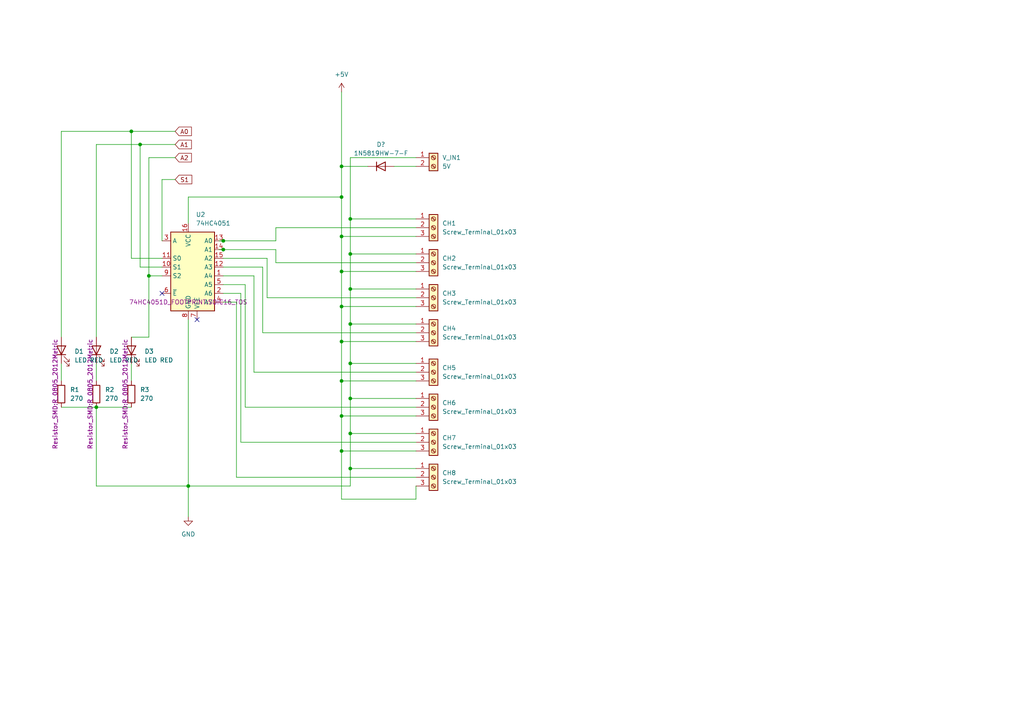
<source format=kicad_sch>
(kicad_sch (version 20230121) (generator eeschema)
  (paper "A4")
  (lib_symbols
    (symbol "74xx:74HC4051"
      (property "Reference" "U" (at -5.08 11.43 0))
      (property "Value" "74HC4051" (at -7.62 -13.97 0))
      (symbol "74HC4051_0_1"
        (rectangle (start -5.08 10.16) (end 7.62 -12.7) (stroke (width 0.254)) (fill (type background)))
      )
      (symbol "74HC4051_1_1"
        (pin passive line (at 10.16 -2.54 180) (length 2.54) (name "A4") (number "1"))
        (pin input line (at -7.62 0 0) (length 2.54) (name "S1") (number "10"))
        (pin input line (at -7.62 2.54 0) (length 2.54) (name "S0") (number "11"))
        (pin passive line (at 10.16 0 180) (length 2.54) (name "A3") (number "12"))
        (pin passive line (at 10.16 7.62 180) (length 2.54) (name "A0") (number "13"))
        (pin passive line (at 10.16 5.08 180) (length 2.54) (name "A1") (number "14"))
        (pin passive line (at 10.16 2.54 180) (length 2.54) (name "A2") (number "15"))
        (pin power_in line (at 0 12.7 270) (length 2.54) (name "VCC") (number "16"))
        (pin passive line (at 10.16 -7.62 180) (length 2.54) (name "A6") (number "2"))
        (pin passive line (at -7.62 7.62 0) (length 2.54) (name "A") (number "3"))
        (pin passive line (at 10.16 -10.16 180) (length 2.54) (name "A7") (number "4"))
        (pin passive line (at 10.16 -5.08 180) (length 2.54) (name "A5") (number "5"))
        (pin input line (at -7.62 -7.62 0) (length 2.54) (name "~{E}") (number "6"))
        (pin power_in line (at 2.54 -15.24 90) (length 2.54) (name "VEE") (number "7"))
        (pin power_in line (at 0 -15.24 90) (length 2.54) (name "GND") (number "8"))
        (pin input line (at -7.62 -2.54 0) (length 2.54) (name "S2") (number "9"))
      )
    )
    (symbol "Connector:Screw_Terminal_01x02" (pin_names (offset 1.016) hide)
      (property "Reference" "J" (at 0 2.54 0))
      (property "Value" "Screw_Terminal_01x02" (at 0 -5.08 0))
      (symbol "Screw_Terminal_01x02_1_1"
        (rectangle (start -1.27 1.27) (end 1.27 -3.81) (stroke (width 0.254)) (fill (type background)))
        (circle (center 0 -2.54) (radius 0.635) (stroke (width 0.1524)))
        (polyline (pts (xy -0.5334 -2.2098) (xy 0.3302 -3.048)) (stroke (width 0.1524)))
        (polyline (pts (xy -0.5334 0.3302) (xy 0.3302 -0.508)) (stroke (width 0.1524)))
        (polyline (pts (xy -0.3556 -2.032) (xy 0.508 -2.8702)) (stroke (width 0.1524)))
        (polyline (pts (xy -0.3556 0.508) (xy 0.508 -0.3302)) (stroke (width 0.1524)))
        (circle (center 0 0) (radius 0.635) (stroke (width 0.1524)))
        (pin passive line (at -5.08 0 0) (length 3.81) (name "Pin_1") (number "1"))
        (pin passive line (at -5.08 -2.54 0) (length 3.81) (name "Pin_2") (number "2"))
      )
    )
    (symbol "Connector:Screw_Terminal_01x03" (pin_names (offset 1.016) hide)
      (property "Reference" "J" (at 0 5.08 0))
      (property "Value" "Screw_Terminal_01x03" (at 0 -5.08 0))
      (symbol "Screw_Terminal_01x03_1_1"
        (rectangle (start -1.27 3.81) (end 1.27 -3.81) (stroke (width 0.254)) (fill (type background)))
        (circle (center 0 -2.54) (radius 0.635) (stroke (width 0.1524)))
        (polyline (pts (xy -0.5334 -2.2098) (xy 0.3302 -3.048)) (stroke (width 0.1524)))
        (polyline (pts (xy -0.5334 0.3302) (xy 0.3302 -0.508)) (stroke (width 0.1524)))
        (polyline (pts (xy -0.5334 2.8702) (xy 0.3302 2.032)) (stroke (width 0.1524)))
        (polyline (pts (xy -0.3556 -2.032) (xy 0.508 -2.8702)) (stroke (width 0.1524)))
        (polyline (pts (xy -0.3556 0.508) (xy 0.508 -0.3302)) (stroke (width 0.1524)))
        (polyline (pts (xy -0.3556 3.048) (xy 0.508 2.2098)) (stroke (width 0.1524)))
        (circle (center 0 0) (radius 0.635) (stroke (width 0.1524)))
        (circle (center 0 2.54) (radius 0.635) (stroke (width 0.1524)))
        (pin passive line (at -5.08 2.54 0) (length 3.81) (name "Pin_1") (number "1"))
        (pin passive line (at -5.08 0 0) (length 3.81) (name "Pin_2") (number "2"))
        (pin passive line (at -5.08 -2.54 0) (length 3.81) (name "Pin_3") (number "3"))
      )
    )
    (symbol "Device:D" (pin_numbers hide) (pin_names (offset 1.016) hide)
      (property "Reference" "D" (at 0 2.54 0))
      (property "Value" "D" (at 0 -2.54 0))
      (symbol "D_0_1"
        (polyline (pts (xy -1.27 1.27) (xy -1.27 -1.27)) (stroke (width 0.254)))
        (polyline (pts (xy 1.27 0) (xy -1.27 0)))
        (polyline (pts (xy 1.27 1.27) (xy 1.27 -1.27) (xy -1.27 0) (xy 1.27 1.27)) (stroke (width 0.254)))
      )
      (symbol "D_1_1"
        (pin passive line (at -3.81 0 0) (length 2.54) (name "K") (number "1"))
        (pin passive line (at 3.81 0 180) (length 2.54) (name "A") (number "2"))
      )
    )
    (symbol "Device:LED" (pin_numbers hide) (pin_names (offset 1.016) hide)
      (property "Reference" "D" (at 0 2.54 0))
      (property "Value" "LED" (at 0 -2.54 0))
      (symbol "LED_0_1"
        (polyline (pts (xy -1.27 -1.27) (xy -1.27 1.27)) (stroke (width 0.254)))
        (polyline (pts (xy -1.27 0) (xy 1.27 0)))
        (polyline (pts (xy 1.27 -1.27) (xy 1.27 1.27) (xy -1.27 0) (xy 1.27 -1.27)) (stroke (width 0.254)))
        (polyline (pts (xy -3.048 -0.762) (xy -4.572 -2.286) (xy -3.81 -2.286) (xy -4.572 -2.286) (xy -4.572 -1.524)))
        (polyline (pts (xy -1.778 -0.762) (xy -3.302 -2.286) (xy -2.54 -2.286) (xy -3.302 -2.286) (xy -3.302 -1.524)))
      )
      (symbol "LED_1_1"
        (pin passive line (at -3.81 0 0) (length 2.54) (name "K") (number "1"))
        (pin passive line (at 3.81 0 180) (length 2.54) (name "A") (number "2"))
      )
    )
    (symbol "Device:R" (pin_numbers hide) (pin_names (offset 0))
      (property "Reference" "R" (at 2.032 0 90))
      (property "Value" "R" (at 0 0 90))
      (symbol "R_0_1"
        (rectangle (start -1.016 -2.54) (end 1.016 2.54) (stroke (width 0.254)))
      )
      (symbol "R_1_1"
        (pin passive line (at 0 3.81 270) (length 1.27) (name "~") (number "1"))
        (pin passive line (at 0 -3.81 90) (length 1.27) (name "~") (number "2"))
      )
    )
    (symbol "power:+5V" (power) (pin_names (offset 0))
      (property "Value" "+5V" (at 0 3.556 0))
      (symbol "+5V_0_1"
        (polyline (pts (xy -0.762 1.27) (xy 0 2.54)))
        (polyline (pts (xy 0 0) (xy 0 2.54)))
        (polyline (pts (xy 0 2.54) (xy 0.762 1.27)))
      )
      (symbol "+5V_1_1"
        (pin power_in line (at 0 0 90) (length 0) hide (name "+5V") (number "1"))
      )
    )
    (symbol "power:GND" (power) (pin_names (offset 0))
      (property "Value" "GND" (at 0 -3.81 0))
      (symbol "GND_0_1"
        (polyline (pts (xy 0 0) (xy 0 -1.27) (xy 1.27 -1.27) (xy 0 -2.54) (xy -1.27 -1.27) (xy 0 -1.27)))
      )
      (symbol "GND_1_1"
        (pin power_in line (at 0 0 270) (length 0) hide (name "GND") (number "1"))
      )
    )
  )
  (junction (at 101.6 93.98))
  (junction (at 101.6 135.89))
  (junction (at 99.06 68.58))
  (junction (at 99.06 88.9))
  (junction (at 101.6 63.5))
  (junction (at 101.6 105.41))
  (junction (at 101.6 73.66))
  (junction (at 43.18 80.01))
  (junction (at 40.64 41.91))
  (junction (at 54.61 140.97))
  (junction (at 64.77 69.85))
  (junction (at 99.06 78.74))
  (junction (at 101.6 83.82))
  (junction (at 99.06 120.65))
  (junction (at 99.06 48.26))
  (junction (at 27.94 118.11))
  (junction (at 99.06 57.15))
  (junction (at 64.77 72.39))
  (junction (at 99.06 99.06))
  (junction (at 101.6 115.57))
  (junction (at 101.6 125.73))
  (junction (at 38.1 38.1))
  (junction (at 99.06 130.81))
  (junction (at 99.06 110.49))
  (no_connect (at 46.99 85.09))
  (no_connect (at 57.15 92.71))
  (wire (pts (xy 101.6 115.57) (xy 101.6 125.73)))
  (wire (pts (xy 80.01 69.85) (xy 80.01 66.04)))
  (wire (pts (xy 99.06 120.65) (xy 99.06 130.81)))
  (wire (pts (xy 71.12 82.55) (xy 71.12 118.11)))
  (wire (pts (xy 50.8 38.1) (xy 38.1 38.1)))
  (wire (pts (xy 54.61 57.15) (xy 99.06 57.15)))
  (wire (pts (xy 99.06 110.49) (xy 99.06 120.65)))
  (wire (pts (xy 27.94 105.41) (xy 27.94 110.49)))
  (wire (pts (xy 40.64 77.47) (xy 46.99 77.47)))
  (wire (pts (xy 114.3 48.26) (xy 120.65 48.26)))
  (wire (pts (xy 64.77 72.39) (xy 80.01 72.39)))
  (wire (pts (xy 27.94 97.79) (xy 27.94 41.91)))
  (wire (pts (xy 101.6 73.66) (xy 120.65 73.66)))
  (wire (pts (xy 38.1 38.1) (xy 38.1 74.93)))
  (wire (pts (xy 99.06 48.26) (xy 99.06 57.15)))
  (wire (pts (xy 99.06 68.58) (xy 120.65 68.58)))
  (wire (pts (xy 99.06 120.65) (xy 120.65 120.65)))
  (wire (pts (xy 101.6 83.82) (xy 101.6 93.98)))
  (wire (pts (xy 101.6 125.73) (xy 101.6 135.89)))
  (wire (pts (xy 46.99 69.85) (xy 46.99 52.07)))
  (wire (pts (xy 99.06 26.67) (xy 99.06 48.26)))
  (wire (pts (xy 64.77 82.55) (xy 71.12 82.55)))
  (wire (pts (xy 101.6 93.98) (xy 101.6 105.41)))
  (wire (pts (xy 77.47 86.36) (xy 120.65 86.36)))
  (wire (pts (xy 54.61 140.97) (xy 54.61 149.86)))
  (wire (pts (xy 77.47 74.93) (xy 77.47 86.36)))
  (wire (pts (xy 46.99 52.07) (xy 50.8 52.07)))
  (wire (pts (xy 80.01 66.04) (xy 120.65 66.04)))
  (wire (pts (xy 99.06 78.74) (xy 120.65 78.74)))
  (wire (pts (xy 99.06 88.9) (xy 120.65 88.9)))
  (wire (pts (xy 120.65 45.72) (xy 101.6 45.72)))
  (wire (pts (xy 99.06 68.58) (xy 99.06 78.74)))
  (wire (pts (xy 80.01 76.2) (xy 120.65 76.2)))
  (wire (pts (xy 76.2 77.47) (xy 76.2 96.52)))
  (wire (pts (xy 43.18 80.01) (xy 46.99 80.01)))
  (wire (pts (xy 101.6 63.5) (xy 120.65 63.5)))
  (wire (pts (xy 50.8 41.91) (xy 40.64 41.91)))
  (wire (pts (xy 99.06 144.78) (xy 120.65 144.78)))
  (wire (pts (xy 63.5 69.85) (xy 64.77 69.85)))
  (wire (pts (xy 54.61 57.15) (xy 54.61 64.77)))
  (wire (pts (xy 17.78 38.1) (xy 17.78 97.79)))
  (wire (pts (xy 101.6 45.72) (xy 101.6 63.5)))
  (wire (pts (xy 99.06 88.9) (xy 99.06 99.06)))
  (wire (pts (xy 17.78 105.41) (xy 17.78 110.49)))
  (wire (pts (xy 101.6 135.89) (xy 120.65 135.89)))
  (wire (pts (xy 99.06 57.15) (xy 99.06 68.58)))
  (wire (pts (xy 101.6 115.57) (xy 120.65 115.57)))
  (wire (pts (xy 27.94 118.11) (xy 38.1 118.11)))
  (wire (pts (xy 80.01 72.39) (xy 80.01 76.2)))
  (wire (pts (xy 99.06 130.81) (xy 99.06 144.78)))
  (wire (pts (xy 38.1 38.1) (xy 17.78 38.1)))
  (wire (pts (xy 27.94 140.97) (xy 54.61 140.97)))
  (wire (pts (xy 101.6 73.66) (xy 101.6 83.82)))
  (wire (pts (xy 73.66 80.01) (xy 73.66 107.95)))
  (wire (pts (xy 63.5 72.39) (xy 64.77 72.39)))
  (wire (pts (xy 54.61 92.71) (xy 54.61 140.97)))
  (wire (pts (xy 64.77 85.09) (xy 69.85 85.09)))
  (wire (pts (xy 38.1 105.41) (xy 38.1 110.49)))
  (wire (pts (xy 99.06 99.06) (xy 99.06 110.49)))
  (wire (pts (xy 99.06 48.26) (xy 106.68 48.26)))
  (wire (pts (xy 99.06 99.06) (xy 120.65 99.06)))
  (wire (pts (xy 54.61 140.97) (xy 101.6 140.97)))
  (wire (pts (xy 68.58 138.43) (xy 120.65 138.43)))
  (wire (pts (xy 101.6 83.82) (xy 120.65 83.82)))
  (wire (pts (xy 71.12 118.11) (xy 120.65 118.11)))
  (wire (pts (xy 68.58 87.63) (xy 68.58 138.43)))
  (wire (pts (xy 99.06 78.74) (xy 99.06 88.9)))
  (wire (pts (xy 73.66 107.95) (xy 120.65 107.95)))
  (wire (pts (xy 101.6 125.73) (xy 120.65 125.73)))
  (wire (pts (xy 38.1 74.93) (xy 46.99 74.93)))
  (wire (pts (xy 27.94 118.11) (xy 27.94 140.97)))
  (wire (pts (xy 99.06 110.49) (xy 120.65 110.49)))
  (wire (pts (xy 101.6 93.98) (xy 120.65 93.98)))
  (wire (pts (xy 64.77 74.93) (xy 77.47 74.93)))
  (wire (pts (xy 17.78 118.11) (xy 27.94 118.11)))
  (wire (pts (xy 64.77 77.47) (xy 76.2 77.47)))
  (wire (pts (xy 101.6 63.5) (xy 101.6 73.66)))
  (wire (pts (xy 27.94 41.91) (xy 40.64 41.91)))
  (wire (pts (xy 40.64 41.91) (xy 40.64 77.47)))
  (wire (pts (xy 76.2 96.52) (xy 120.65 96.52)))
  (wire (pts (xy 69.85 128.27) (xy 120.65 128.27)))
  (wire (pts (xy 64.77 87.63) (xy 68.58 87.63)))
  (wire (pts (xy 101.6 105.41) (xy 101.6 115.57)))
  (wire (pts (xy 43.18 45.72) (xy 43.18 80.01)))
  (wire (pts (xy 69.85 85.09) (xy 69.85 128.27)))
  (wire (pts (xy 64.77 69.85) (xy 80.01 69.85)))
  (wire (pts (xy 43.18 80.01) (xy 43.18 97.79)))
  (wire (pts (xy 43.18 97.79) (xy 38.1 97.79)))
  (wire (pts (xy 101.6 105.41) (xy 120.65 105.41)))
  (wire (pts (xy 64.77 80.01) (xy 73.66 80.01)))
  (wire (pts (xy 50.8 45.72) (xy 43.18 45.72)))
  (wire (pts (xy 101.6 135.89) (xy 101.6 140.97)))
  (wire (pts (xy 99.06 130.81) (xy 120.65 130.81)))
  (wire (pts (xy 120.65 144.78) (xy 120.65 140.97)))
  (global_label "A2" (shape input) (at 50.8 45.72 0) (property "Intersheetrefs" "${INTERSHEET_REFS}" (effects hide)))
  (global_label "A0" (shape input) (at 50.8 38.1 0) (property "Intersheetrefs" "${INTERSHEET_REFS}" (effects hide)))
  (global_label "S1" (shape input) (at 50.8 52.07 0) (property "Intersheetrefs" "${INTERSHEET_REFS}" (effects hide)))
  (global_label "A1" (shape input) (at 50.8 41.91 0) (property "Intersheetrefs" "${INTERSHEET_REFS}" (effects hide)))
  (symbol (lib_id "Device:R") (at 38.1 114.3 0) (unit 1)
    (property "Reference" "R3" (at 40.64 113.03 0) (effects (justify left)))
    (property "Value" "270" (at 40.64 115.57 0) (effects (justify left)))
    (property "Footprint" "Resistor_SMD:R_0805_2012Metric" (at 36.322 114.3 90))
  )
  (symbol (lib_id "Connector:Screw_Terminal_01x03") (at 125.73 118.11 0) (unit 1)
    (property "Reference" "CH6" (at 128.27 116.84 0) (effects (justify left)))
    (property "Value" "Screw_Terminal_01x03" (at 128.27 119.38 0) (effects (justify left)))
    (property "Footprint" "TerminalBlock:TerminalBlock_Altech_AK300-3_P5.00mm" (effects hide))
  )
  (symbol (lib_id "Connector:Screw_Terminal_01x03") (at 125.73 128.27 0) (unit 1)
    (property "Reference" "CH7" (at 128.27 127 0) (effects (justify left)))
    (property "Value" "Screw_Terminal_01x03" (at 128.27 129.54 0) (effects (justify left)))
    (property "Footprint" "TerminalBlock:TerminalBlock_Altech_AK300-3_P5.00mm" (effects hide))
  )
  (symbol (lib_id "Connector:Screw_Terminal_01x03") (at 125.73 107.95 0) (unit 1)
    (property "Reference" "CH5" (at 128.27 106.68 0) (effects (justify left)))
    (property "Value" "Screw_Terminal_01x03" (at 128.27 109.22 0) (effects (justify left)))
    (property "Footprint" "TerminalBlock:TerminalBlock_Altech_AK300-3_P5.00mm" (effects hide))
  )
  (symbol (lib_id "Connector:Screw_Terminal_01x03") (at 125.73 66.04 0) (unit 1)
    (property "Reference" "CH1" (at 128.27 64.77 0) (effects (justify left)))
    (property "Value" "Screw_Terminal_01x03" (at 128.27 67.31 0) (effects (justify left)))
    (property "Footprint" "TerminalBlock:TerminalBlock_Altech_AK300-3_P5.00mm" (effects hide))
  )
  (symbol (lib_id "Device:LED") (at 27.94 101.6 90) (unit 1)
    (property "Reference" "D2" (at 31.75 101.9175 90) (effects (justify right)))
    (property "Value" "LED RED" (at 31.75 104.4575 90) (effects (justify right)))
    (property "Footprint" "LED_SMD:LED_0805_2012Metric" (effects hide))
  )
  (symbol (lib_id "Connector:Screw_Terminal_01x02") (at 125.73 45.72 0) (unit 1)
    (property "Reference" "V_IN1" (at 128.27 45.72 0) (effects (justify left)))
    (property "Value" "5V" (at 128.27 48.26 0) (effects (justify left)))
    (property "Footprint" "TerminalBlock:TerminalBlock_Altech_AK300-2_P5.00mm" (effects hide))
  )
  (symbol (lib_id "74xx:74HC4051") (at 54.61 77.47 0) (unit 1)
    (property "Reference" "U2" (at 56.8041 62.23 0) (effects (justify left)))
    (property "Value" "74HC4051" (at 56.8041 64.77 0) (effects (justify left)))
    (property "Footprint" "74HC4051D_FOOTPRINT:SOIC16_TOS" (at 54.61 87.63 0))
    (property "Datasheet" "http://www.ti.com/lit/ds/symlink/cd74hc4051.pdf" (effects hide))
  )
  (symbol (lib_id "power:+5V") (at 99.06 26.67 0) (unit 1)
    (property "Reference" "#PWR01" (effects hide))
    (property "Value" "+5V" (at 99.06 21.59 0))
  )
  (symbol (lib_id "Device:LED") (at 17.78 101.6 90) (unit 1)
    (property "Reference" "D1" (at 21.59 101.9175 90) (effects (justify right)))
    (property "Value" "LED RED" (at 21.59 104.4575 90) (effects (justify right)))
    (property "Footprint" "LED_SMD:LED_0805_2012Metric" (effects hide))
  )
  (symbol (lib_id "Device:LED") (at 38.1 101.6 90) (unit 1)
    (property "Reference" "D3" (at 41.91 101.9175 90) (effects (justify right)))
    (property "Value" "LED RED" (at 41.91 104.4575 90) (effects (justify right)))
    (property "Footprint" "LED_SMD:LED_0805_2012Metric" (effects hide))
  )
  (symbol (lib_id "Connector:Screw_Terminal_01x03") (at 125.73 86.36 0) (unit 1)
    (property "Reference" "CH3" (at 128.27 85.09 0) (effects (justify left)))
    (property "Value" "Screw_Terminal_01x03" (at 128.27 87.63 0) (effects (justify left)))
    (property "Footprint" "TerminalBlock:TerminalBlock_Altech_AK300-3_P5.00mm" (effects hide))
  )
  (symbol (lib_id "Device:R") (at 17.78 114.3 0) (unit 1)
    (property "Reference" "R1" (at 20.32 113.03 0) (effects (justify left)))
    (property "Value" "270" (at 20.32 115.57 0) (effects (justify left)))
    (property "Footprint" "Resistor_SMD:R_0805_2012Metric" (at 16.002 114.3 90))
  )
  (symbol (lib_id "Connector:Screw_Terminal_01x03") (at 125.73 138.43 0) (unit 1)
    (property "Reference" "CH8" (at 128.27 137.16 0) (effects (justify left)))
    (property "Value" "Screw_Terminal_01x03" (at 128.27 139.7 0) (effects (justify left)))
    (property "Footprint" "TerminalBlock:TerminalBlock_Altech_AK300-3_P5.00mm" (effects hide))
  )
  (symbol (lib_id "Device:R") (at 27.94 114.3 0) (unit 1)
    (property "Reference" "R2" (at 30.48 113.03 0) (effects (justify left)))
    (property "Value" "270" (at 30.48 115.57 0) (effects (justify left)))
    (property "Footprint" "Resistor_SMD:R_0805_2012Metric" (at 26.162 114.3 90))
  )
  (symbol (lib_id "power:GND") (at 54.61 149.86 0) (unit 1)
    (property "Reference" "#PWR02" (effects hide))
    (property "Value" "GND" (at 54.61 154.94 0))
  )
  (symbol (lib_id "Device:D") (at 110.49 48.26 0) (unit 1)
    (property "Reference" "D?" (at 110.49 41.91 0))
    (property "Value" "1N5819HW-7-F" (at 110.49 44.45 0))
    (property "Footprint" "Diode_SMD:D_SOD-123" (effects hide))
    (property "Sim.Device" "D" (effects hide))
    (property "Sim.Pins" "1=K 2=A" (effects hide))
  )
  (symbol (lib_id "Connector:Screw_Terminal_01x03") (at 125.73 96.52 0) (unit 1)
    (property "Reference" "CH4" (at 128.27 95.25 0) (effects (justify left)))
    (property "Value" "Screw_Terminal_01x03" (at 128.27 97.79 0) (effects (justify left)))
    (property "Footprint" "TerminalBlock:TerminalBlock_Altech_AK300-3_P5.00mm" (effects hide))
  )
  (symbol (lib_id "Connector:Screw_Terminal_01x03") (at 125.73 76.2 0) (unit 1)
    (property "Reference" "CH2" (at 128.27 74.93 0) (effects (justify left)))
    (property "Value" "Screw_Terminal_01x03" (at 128.27 77.47 0) (effects (justify left)))
    (property "Footprint" "TerminalBlock:TerminalBlock_Altech_AK300-3_P5.00mm" (effects hide))
  )
  (sheet (at -285.75 19.05) (size 165.1 119.38) (stroke (width 0.1524))
    (property "Sheetname" "Input_output" (at -285.75 18.3384 0) (effects (justify left bottom)))
    (property "Sheetfile" "untitled.kicad_sch" (at -285.75 139.0146 0) (effects (justify left top)))
  )
  (sheet (at -285.75 144.78) (size 165.1 116.84) (stroke (width 0.1524))
    (property "Sheetname" "Power" (at -285.75 144.0684 0) (effects (justify left bottom)))
    (property "Sheetfile" "power.kicad_sch" (at -285.75 262.2046 0) (effects (justify left top)))
  )
  (sheet (at -285.75 -121.92) (size 165.1 128.27) (stroke (width 0.1524))
    (property "Sheetname" "ESP32" (at -285.75 -122.6316 0) (effects (justify left bottom)))
    (property "Sheetfile" "esp32.kicad_sch" (at -285.75 6.9346 0) (effects (justify left top)))
  )
)
</source>
